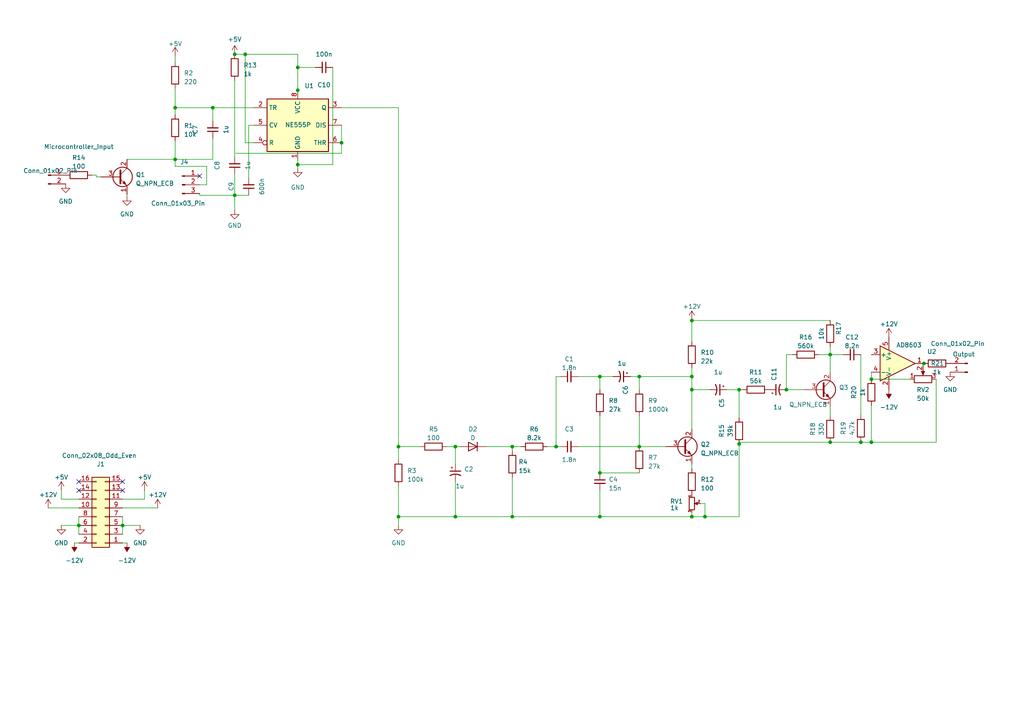
<source format=kicad_sch>
(kicad_sch (version 20230121) (generator eeschema)
  (paper "A4")
  (lib_symbols
    (symbol "Amplifier_Operational:AD8603" (pin_names (offset 0.127))
      (property "Reference" "U" (at 0 5.08 0))
      (property "Value" "AD8603" (at 0 -5.08 0))
      (symbol "AD8603_0_1"
        (polyline (pts (xy -5.08 5.08) (xy 5.08 0) (xy -5.08 -5.08) (xy -5.08 5.08)) (stroke (width 0.254)) (fill (type background)))
        (pin power_in line (at -2.54 -7.62 90) (length 3.81) (name "V-") (number "2"))
        (pin power_in line (at -2.54 7.62 270) (length 3.81) (name "V+") (number "5"))
      )
      (symbol "AD8603_1_1"
        (pin output line (at 7.62 0 180) (length 2.54) (name "~") (number "1"))
        (pin input line (at -7.62 2.54 0) (length 2.54) (name "+") (number "3"))
        (pin input line (at -7.62 -2.54 0) (length 2.54) (name "-") (number "4"))
      )
    )
    (symbol "Connector:Conn_01x02_Pin" (pin_names (offset 1.016) hide)
      (property "Reference" "J" (at 0 2.54 0))
      (property "Value" "Conn_01x02_Pin" (at 0 -5.08 0))
      (symbol "Conn_01x02_Pin_1_1"
        (polyline (pts (xy 1.27 -2.54) (xy 0.8636 -2.54)) (stroke (width 0.1524)))
        (polyline (pts (xy 1.27 0) (xy 0.8636 0)) (stroke (width 0.1524)))
        (rectangle (start 0.8636 -2.413) (end 0 -2.667) (stroke (width 0.1524)) (fill (type outline)))
        (rectangle (start 0.8636 0.127) (end 0 -0.127) (stroke (width 0.1524)) (fill (type outline)))
        (pin passive line (at 5.08 0 180) (length 3.81) (name "Pin_1") (number "1"))
        (pin passive line (at 5.08 -2.54 180) (length 3.81) (name "Pin_2") (number "2"))
      )
    )
    (symbol "Connector:Conn_01x03_Pin" (pin_names (offset 1.016) hide)
      (property "Reference" "J" (at 0 5.08 0))
      (property "Value" "Conn_01x03_Pin" (at 0 -5.08 0))
      (symbol "Conn_01x03_Pin_1_1"
        (polyline (pts (xy 1.27 -2.54) (xy 0.8636 -2.54)) (stroke (width 0.1524)))
        (polyline (pts (xy 1.27 0) (xy 0.8636 0)) (stroke (width 0.1524)))
        (polyline (pts (xy 1.27 2.54) (xy 0.8636 2.54)) (stroke (width 0.1524)))
        (rectangle (start 0.8636 -2.413) (end 0 -2.667) (stroke (width 0.1524)) (fill (type outline)))
        (rectangle (start 0.8636 0.127) (end 0 -0.127) (stroke (width 0.1524)) (fill (type outline)))
        (rectangle (start 0.8636 2.667) (end 0 2.413) (stroke (width 0.1524)) (fill (type outline)))
        (pin passive line (at 5.08 2.54 180) (length 3.81) (name "Pin_1") (number "1"))
        (pin passive line (at 5.08 0 180) (length 3.81) (name "Pin_2") (number "2"))
        (pin passive line (at 5.08 -2.54 180) (length 3.81) (name "Pin_3") (number "3"))
      )
    )
    (symbol "Connector_Generic:Conn_02x08_Odd_Even" (pin_names (offset 1.016) hide)
      (property "Reference" "J" (at 1.27 10.16 0))
      (property "Value" "Conn_02x08_Odd_Even" (at 1.27 -12.7 0))
      (symbol "Conn_02x08_Odd_Even_1_1"
        (rectangle (start -1.27 -10.033) (end 0 -10.287) (stroke (width 0.1524)))
        (rectangle (start -1.27 -7.493) (end 0 -7.747) (stroke (width 0.1524)))
        (rectangle (start -1.27 -4.953) (end 0 -5.207) (stroke (width 0.1524)))
        (rectangle (start -1.27 -2.413) (end 0 -2.667) (stroke (width 0.1524)))
        (rectangle (start -1.27 0.127) (end 0 -0.127) (stroke (width 0.1524)))
        (rectangle (start -1.27 2.667) (end 0 2.413) (stroke (width 0.1524)))
        (rectangle (start -1.27 5.207) (end 0 4.953) (stroke (width 0.1524)))
        (rectangle (start -1.27 7.747) (end 0 7.493) (stroke (width 0.1524)))
        (rectangle (start -1.27 8.89) (end 3.81 -11.43) (stroke (width 0.254)) (fill (type background)))
        (rectangle (start 3.81 -10.033) (end 2.54 -10.287) (stroke (width 0.1524)))
        (rectangle (start 3.81 -7.493) (end 2.54 -7.747) (stroke (width 0.1524)))
        (rectangle (start 3.81 -4.953) (end 2.54 -5.207) (stroke (width 0.1524)))
        (rectangle (start 3.81 -2.413) (end 2.54 -2.667) (stroke (width 0.1524)))
        (rectangle (start 3.81 0.127) (end 2.54 -0.127) (stroke (width 0.1524)))
        (rectangle (start 3.81 2.667) (end 2.54 2.413) (stroke (width 0.1524)))
        (rectangle (start 3.81 5.207) (end 2.54 4.953) (stroke (width 0.1524)))
        (rectangle (start 3.81 7.747) (end 2.54 7.493) (stroke (width 0.1524)))
        (pin passive line (at -5.08 7.62 0) (length 3.81) (name "Pin_1") (number "1"))
        (pin passive line (at 7.62 -2.54 180) (length 3.81) (name "Pin_10") (number "10"))
        (pin passive line (at -5.08 -5.08 0) (length 3.81) (name "Pin_11") (number "11"))
        (pin passive line (at 7.62 -5.08 180) (length 3.81) (name "Pin_12") (number "12"))
        (pin passive line (at -5.08 -7.62 0) (length 3.81) (name "Pin_13") (number "13"))
        (pin passive line (at 7.62 -7.62 180) (length 3.81) (name "Pin_14") (number "14"))
        (pin passive line (at -5.08 -10.16 0) (length 3.81) (name "Pin_15") (number "15"))
        (pin passive line (at 7.62 -10.16 180) (length 3.81) (name "Pin_16") (number "16"))
        (pin passive line (at 7.62 7.62 180) (length 3.81) (name "Pin_2") (number "2"))
        (pin passive line (at -5.08 5.08 0) (length 3.81) (name "Pin_3") (number "3"))
        (pin passive line (at 7.62 5.08 180) (length 3.81) (name "Pin_4") (number "4"))
        (pin passive line (at -5.08 2.54 0) (length 3.81) (name "Pin_5") (number "5"))
        (pin passive line (at 7.62 2.54 180) (length 3.81) (name "Pin_6") (number "6"))
        (pin passive line (at -5.08 0 0) (length 3.81) (name "Pin_7") (number "7"))
        (pin passive line (at 7.62 0 180) (length 3.81) (name "Pin_8") (number "8"))
        (pin passive line (at -5.08 -2.54 0) (length 3.81) (name "Pin_9") (number "9"))
      )
    )
    (symbol "Device:C_Polarized_Small_US" (pin_numbers hide) (pin_names (offset 0.254) hide)
      (property "Reference" "C" (at 0.254 1.778 0))
      (property "Value" "C_Polarized_Small_US" (at 0.254 -2.032 0))
      (symbol "C_Polarized_Small_US_0_1"
        (polyline (pts (xy -1.524 0.508) (xy 1.524 0.508)) (stroke (width 0.3048)))
        (polyline (pts (xy -1.27 1.524) (xy -0.762 1.524)))
        (polyline (pts (xy -1.016 1.27) (xy -1.016 1.778)))
        (arc (start 1.524 -0.762) (mid 0 -0.3734) (end -1.524 -0.762) (stroke (width 0.3048)))
      )
      (symbol "C_Polarized_Small_US_1_1"
        (pin passive line (at 0 2.54 270) (length 2.032) (name "~") (number "1"))
        (pin passive line (at 0 -2.54 90) (length 2.032) (name "~") (number "2"))
      )
    )
    (symbol "Device:C_Small" (pin_numbers hide) (pin_names (offset 0.254) hide)
      (property "Reference" "C" (at 0.254 1.778 0))
      (property "Value" "C_Small" (at 0.254 -2.032 0))
      (symbol "C_Small_0_1"
        (polyline (pts (xy -1.524 -0.508) (xy 1.524 -0.508)) (stroke (width 0.3302)))
        (polyline (pts (xy -1.524 0.508) (xy 1.524 0.508)) (stroke (width 0.3048)))
      )
      (symbol "C_Small_1_1"
        (pin passive line (at 0 2.54 270) (length 2.032) (name "~") (number "1"))
        (pin passive line (at 0 -2.54 90) (length 2.032) (name "~") (number "2"))
      )
    )
    (symbol "Device:D" (pin_numbers hide) (pin_names (offset 1.016) hide)
      (property "Reference" "D" (at 0 2.54 0))
      (property "Value" "D" (at 0 -2.54 0))
      (symbol "D_0_1"
        (polyline (pts (xy -1.27 1.27) (xy -1.27 -1.27)) (stroke (width 0.254)))
        (polyline (pts (xy 1.27 0) (xy -1.27 0)))
        (polyline (pts (xy 1.27 1.27) (xy 1.27 -1.27) (xy -1.27 0) (xy 1.27 1.27)) (stroke (width 0.254)))
      )
      (symbol "D_1_1"
        (pin passive line (at -3.81 0 0) (length 2.54) (name "K") (number "1"))
        (pin passive line (at 3.81 0 180) (length 2.54) (name "A") (number "2"))
      )
    )
    (symbol "Device:Q_NPN_ECB" (pin_names (offset 0) hide)
      (property "Reference" "Q" (at 5.08 1.27 0))
      (property "Value" "Q_NPN_ECB" (at 5.08 -1.27 0))
      (symbol "Q_NPN_ECB_0_1"
        (polyline (pts (xy 0.635 0.635) (xy 2.54 2.54)))
        (polyline (pts (xy 0.635 -0.635) (xy 2.54 -2.54) (xy 2.54 -2.54)))
        (polyline (pts (xy 0.635 1.905) (xy 0.635 -1.905) (xy 0.635 -1.905)) (stroke (width 0.508)))
        (polyline (pts (xy 1.27 -1.778) (xy 1.778 -1.27) (xy 2.286 -2.286) (xy 1.27 -1.778) (xy 1.27 -1.778)) (fill (type outline)))
        (circle (center 1.27 0) (radius 2.8194) (stroke (width 0.254)))
      )
      (symbol "Q_NPN_ECB_1_1"
        (pin passive line (at 2.54 -5.08 90) (length 2.54) (name "E") (number "1"))
        (pin passive line (at 2.54 5.08 270) (length 2.54) (name "C") (number "2"))
        (pin passive line (at -5.08 0 0) (length 5.715) (name "B") (number "3"))
      )
    )
    (symbol "Device:R" (pin_numbers hide) (pin_names (offset 0))
      (property "Reference" "R" (at 2.032 0 90))
      (property "Value" "R" (at 0 0 90))
      (symbol "R_0_1"
        (rectangle (start -1.016 -2.54) (end 1.016 2.54) (stroke (width 0.254)))
      )
      (symbol "R_1_1"
        (pin passive line (at 0 3.81 270) (length 1.27) (name "~") (number "1"))
        (pin passive line (at 0 -3.81 90) (length 1.27) (name "~") (number "2"))
      )
    )
    (symbol "Device:R_Potentiometer" (pin_names (offset 1.016) hide)
      (property "Reference" "RV" (at -4.445 0 90))
      (property "Value" "R_Potentiometer" (at -2.54 0 90))
      (symbol "R_Potentiometer_0_1"
        (polyline (pts (xy 2.54 0) (xy 1.524 0)))
        (polyline (pts (xy 1.143 0) (xy 2.286 0.508) (xy 2.286 -0.508) (xy 1.143 0)) (fill (type outline)))
        (rectangle (start 1.016 2.54) (end -1.016 -2.54) (stroke (width 0.254)))
      )
      (symbol "R_Potentiometer_1_1"
        (pin passive line (at 0 3.81 270) (length 1.27) (name "1") (number "1"))
        (pin passive line (at 3.81 0 180) (length 1.27) (name "2") (number "2"))
        (pin passive line (at 0 -3.81 90) (length 1.27) (name "3") (number "3"))
      )
    )
    (symbol "Device:R_Potentiometer_Small" (pin_names (offset 1.016) hide)
      (property "Reference" "RV" (at -4.445 0 90))
      (property "Value" "R_Potentiometer_Small" (at -2.54 0 90))
      (symbol "R_Potentiometer_Small_0_1"
        (polyline (pts (xy 0.889 0) (xy 0.635 0) (xy 1.651 0.381) (xy 1.651 -0.381) (xy 0.635 0) (xy 0.889 0)) (fill (type outline)))
        (rectangle (start 0.762 1.8034) (end -0.762 -1.8034) (stroke (width 0.254)))
      )
      (symbol "R_Potentiometer_Small_1_1"
        (pin passive line (at 0 2.54 270) (length 0.635) (name "1") (number "1"))
        (pin passive line (at 2.54 0 180) (length 0.9906) (name "2") (number "2"))
        (pin passive line (at 0 -2.54 90) (length 0.635) (name "3") (number "3"))
      )
    )
    (symbol "Timer:NE555P"
      (property "Reference" "U" (at -10.16 8.89 0))
      (property "Value" "NE555P" (at 2.54 8.89 0))
      (symbol "NE555P_0_0"
        (pin power_in line (at 0 -10.16 90) (length 2.54) (name "GND") (number "1"))
        (pin power_in line (at 0 10.16 270) (length 2.54) (name "VCC") (number "8"))
      )
      (symbol "NE555P_0_1"
        (rectangle (start -8.89 -7.62) (end 8.89 7.62) (stroke (width 0.254)) (fill (type background)))
        (rectangle (start -8.89 -7.62) (end 8.89 7.62) (stroke (width 0.254)) (fill (type background)))
      )
      (symbol "NE555P_1_1"
        (pin input line (at -12.7 5.08 0) (length 3.81) (name "TR") (number "2"))
        (pin output line (at 12.7 5.08 180) (length 3.81) (name "Q") (number "3"))
        (pin input inverted (at -12.7 -5.08 0) (length 3.81) (name "R") (number "4"))
        (pin input line (at -12.7 0 0) (length 3.81) (name "CV") (number "5"))
        (pin input line (at 12.7 -5.08 180) (length 3.81) (name "THR") (number "6"))
        (pin input line (at 12.7 0 180) (length 3.81) (name "DIS") (number "7"))
      )
    )
    (symbol "power:+12V" (power) (pin_names (offset 0))
      (property "Value" "+12V" (at 0 3.556 0))
      (symbol "+12V_0_1"
        (polyline (pts (xy -0.762 1.27) (xy 0 2.54)))
        (polyline (pts (xy 0 0) (xy 0 2.54)))
        (polyline (pts (xy 0 2.54) (xy 0.762 1.27)))
      )
      (symbol "+12V_1_1"
        (pin power_in line (at 0 0 90) (length 0) hide (name "+12V") (number "1"))
      )
    )
    (symbol "power:+5V" (power) (pin_names (offset 0))
      (property "Value" "+5V" (at 0 3.556 0))
      (symbol "+5V_0_1"
        (polyline (pts (xy -0.762 1.27) (xy 0 2.54)))
        (polyline (pts (xy 0 0) (xy 0 2.54)))
        (polyline (pts (xy 0 2.54) (xy 0.762 1.27)))
      )
      (symbol "+5V_1_1"
        (pin power_in line (at 0 0 90) (length 0) hide (name "+5V") (number "1"))
      )
    )
    (symbol "power:-12V" (power) (pin_names (offset 0))
      (property "Value" "-12V" (at 0 3.81 0))
      (symbol "-12V_0_0"
        (pin power_in line (at 0 0 90) (length 0) hide (name "-12V") (number "1"))
      )
      (symbol "-12V_0_1"
        (polyline (pts (xy 0 0) (xy 0 1.27) (xy 0.762 1.27) (xy 0 2.54) (xy -0.762 1.27) (xy 0 1.27)) (fill (type outline)))
      )
    )
    (symbol "power:GND" (power) (pin_names (offset 0))
      (property "Value" "GND" (at 0 -3.81 0))
      (symbol "GND_0_1"
        (polyline (pts (xy 0 0) (xy 0 -1.27) (xy 1.27 -1.27) (xy 0 -2.54) (xy -1.27 -1.27) (xy 0 -1.27)))
      )
      (symbol "GND_1_1"
        (pin power_in line (at 0 0 270) (length 0) hide (name "GND") (number "1"))
      )
    )
  )
  (junction (at 148.59 129.54))
  (junction (at 115.57 149.86))
  (junction (at 252.73 128.27))
  (junction (at 50.8 31.242))
  (junction (at 148.59 149.86))
  (junction (at 115.57 129.54))
  (junction (at 35.56 152.4))
  (junction (at 228.092 113.03))
  (junction (at 240.792 128.27))
  (junction (at 204.47 149.86))
  (junction (at 71.12 15.748))
  (junction (at 173.99 109.22))
  (junction (at 50.8 46.228))
  (junction (at 68.072 15.748))
  (junction (at 185.42 109.22))
  (junction (at 61.722 31.242))
  (junction (at 200.66 149.86))
  (junction (at 22.86 152.4))
  (junction (at 200.66 109.22))
  (junction (at 173.99 137.16))
  (junction (at 240.792 102.87))
  (junction (at 86.36 19.558))
  (junction (at 132.08 129.54))
  (junction (at 200.66 113.03))
  (junction (at 252.73 109.982))
  (junction (at 99.06 41.402))
  (junction (at 86.36 26.162))
  (junction (at 214.376 128.778))
  (junction (at 267.97 105.41))
  (junction (at 86.36 47.752))
  (junction (at 173.99 149.86))
  (junction (at 249.682 128.27))
  (junction (at 214.376 113.03))
  (junction (at 185.42 129.54))
  (junction (at 161.29 129.54))
  (junction (at 200.66 92.964))
  (junction (at 68.072 56.642))
  (junction (at 132.08 149.86))
  (no_connect (at 22.86 139.7))
  (no_connect (at 35.56 139.7))
  (no_connect (at 35.56 142.24))
  (no_connect (at 57.912 51.054))
  (no_connect (at 22.86 142.24))
  (wire (pts (xy 50.8 31.242) (xy 50.8 33.274)))
  (wire (pts (xy 249.682 128.016) (xy 249.682 128.27)))
  (wire (pts (xy 36.83 46.228) (xy 50.8 46.228)))
  (wire (pts (xy 200.66 109.22) (xy 200.66 113.03)))
  (wire (pts (xy 203.2 146.05) (xy 204.47 146.05)))
  (wire (pts (xy 132.08 139.7) (xy 132.08 149.86)))
  (wire (pts (xy 115.57 129.54) (xy 115.57 133.35)))
  (wire (pts (xy 22.86 152.4) (xy 22.86 154.94)))
  (wire (pts (xy 240.792 118.11) (xy 240.792 120.65)))
  (wire (pts (xy 173.99 109.22) (xy 177.8 109.22)))
  (wire (pts (xy 140.97 129.54) (xy 148.59 129.54)))
  (wire (pts (xy 27.94 51.308) (xy 29.21 51.308)))
  (wire (pts (xy 86.36 15.748) (xy 71.12 15.748)))
  (wire (pts (xy 99.06 36.322) (xy 99.06 41.402)))
  (wire (pts (xy 200.66 92.964) (xy 240.792 92.964)))
  (wire (pts (xy 237.49 102.87) (xy 240.792 102.87)))
  (wire (pts (xy 68.072 56.642) (xy 68.072 60.96)))
  (wire (pts (xy 148.59 149.86) (xy 173.99 149.86)))
  (wire (pts (xy 72.136 51.562) (xy 72.136 36.322)))
  (wire (pts (xy 96.52 47.752) (xy 86.36 47.752)))
  (wire (pts (xy 68.072 56.642) (xy 72.136 56.642)))
  (wire (pts (xy 36.83 56.388) (xy 36.83 57.023)))
  (wire (pts (xy 215.392 113.03) (xy 214.376 113.03)))
  (wire (pts (xy 86.36 47.752) (xy 86.36 48.768)))
  (wire (pts (xy 240.792 107.95) (xy 240.792 102.87)))
  (wire (pts (xy 57.912 56.134) (xy 57.912 56.642)))
  (wire (pts (xy 148.59 138.43) (xy 148.59 149.86)))
  (wire (pts (xy 17.78 144.78) (xy 22.86 144.78)))
  (wire (pts (xy 214.376 113.03) (xy 210.82 113.03)))
  (wire (pts (xy 99.06 44.45) (xy 99.06 41.402)))
  (wire (pts (xy 21.59 157.48) (xy 22.86 157.48)))
  (wire (pts (xy 72.136 36.322) (xy 73.66 36.322)))
  (wire (pts (xy 249.682 128.27) (xy 252.73 128.27)))
  (wire (pts (xy 13.97 147.32) (xy 22.86 147.32)))
  (wire (pts (xy 173.99 113.03) (xy 173.99 109.22)))
  (wire (pts (xy 173.99 120.65) (xy 173.99 137.16)))
  (wire (pts (xy 50.8 40.894) (xy 50.8 46.228)))
  (wire (pts (xy 132.08 149.86) (xy 148.59 149.86)))
  (wire (pts (xy 132.08 129.54) (xy 133.35 129.54)))
  (wire (pts (xy 161.29 109.22) (xy 162.56 109.22)))
  (wire (pts (xy 214.376 128.27) (xy 214.376 128.778)))
  (wire (pts (xy 86.36 26.162) (xy 86.36 28.194)))
  (wire (pts (xy 158.75 129.54) (xy 161.29 129.54)))
  (wire (pts (xy 59.944 48.26) (xy 59.944 53.594)))
  (wire (pts (xy 115.57 149.86) (xy 115.57 152.4)))
  (wire (pts (xy 185.42 109.22) (xy 185.42 113.03)))
  (wire (pts (xy 50.8 16.256) (xy 50.8 18.034)))
  (wire (pts (xy 200.66 148.59) (xy 200.66 149.86)))
  (wire (pts (xy 161.29 129.54) (xy 162.56 129.54)))
  (wire (pts (xy 71.12 15.748) (xy 68.072 15.748)))
  (wire (pts (xy 200.66 113.03) (xy 205.74 113.03)))
  (wire (pts (xy 200.66 92.964) (xy 200.66 99.06)))
  (wire (pts (xy 35.56 147.32) (xy 45.72 147.32)))
  (wire (pts (xy 61.722 35.052) (xy 61.722 31.242)))
  (wire (pts (xy 173.99 137.16) (xy 185.42 137.16)))
  (wire (pts (xy 167.64 109.22) (xy 173.99 109.22)))
  (wire (pts (xy 148.59 129.54) (xy 151.13 129.54)))
  (wire (pts (xy 214.376 113.03) (xy 214.376 121.158)))
  (wire (pts (xy 73.66 41.402) (xy 71.12 41.402)))
  (wire (pts (xy 22.86 149.86) (xy 22.86 152.4)))
  (wire (pts (xy 200.66 113.03) (xy 200.66 124.46)))
  (wire (pts (xy 59.944 53.594) (xy 57.912 53.594)))
  (wire (pts (xy 204.47 149.86) (xy 214.376 149.86)))
  (wire (pts (xy 200.66 134.62) (xy 200.66 135.89)))
  (wire (pts (xy 61.722 31.242) (xy 73.66 31.242)))
  (wire (pts (xy 263.906 109.982) (xy 252.73 109.982)))
  (wire (pts (xy 99.06 31.242) (xy 115.57 31.242)))
  (wire (pts (xy 17.78 152.4) (xy 22.86 152.4)))
  (wire (pts (xy 228.092 102.87) (xy 229.87 102.87)))
  (wire (pts (xy 86.36 46.482) (xy 86.36 47.752)))
  (wire (pts (xy 86.36 15.748) (xy 86.36 19.558)))
  (wire (pts (xy 61.722 40.132) (xy 61.722 46.228)))
  (wire (pts (xy 252.73 109.982) (xy 252.73 107.95)))
  (wire (pts (xy 35.56 152.4) (xy 40.64 152.4)))
  (wire (pts (xy 50.8 46.228) (xy 50.8 48.26)))
  (wire (pts (xy 50.8 48.26) (xy 59.944 48.26)))
  (wire (pts (xy 252.73 128.27) (xy 271.526 128.27)))
  (wire (pts (xy 240.792 100.584) (xy 240.792 102.87)))
  (wire (pts (xy 204.47 149.86) (xy 204.47 146.05)))
  (wire (pts (xy 91.44 19.558) (xy 86.36 19.558)))
  (wire (pts (xy 132.08 129.54) (xy 132.08 134.62)))
  (wire (pts (xy 200.66 92.71) (xy 200.66 92.964)))
  (wire (pts (xy 115.57 31.242) (xy 115.57 129.54)))
  (wire (pts (xy 148.59 129.54) (xy 148.59 130.81)))
  (wire (pts (xy 57.912 56.642) (xy 68.072 56.642)))
  (wire (pts (xy 129.54 129.54) (xy 132.08 129.54)))
  (wire (pts (xy 200.66 106.68) (xy 200.66 109.22)))
  (wire (pts (xy 41.91 144.78) (xy 41.91 142.24)))
  (wire (pts (xy 35.56 149.86) (xy 35.56 152.4)))
  (wire (pts (xy 249.682 102.87) (xy 249.682 120.396)))
  (wire (pts (xy 35.56 152.4) (xy 35.56 154.94)))
  (wire (pts (xy 35.56 144.78) (xy 41.91 144.78)))
  (wire (pts (xy 167.64 129.54) (xy 185.42 129.54)))
  (wire (pts (xy 240.792 102.87) (xy 244.602 102.87)))
  (wire (pts (xy 71.12 15.748) (xy 71.12 41.402)))
  (wire (pts (xy 96.52 19.558) (xy 96.52 47.752)))
  (wire (pts (xy 214.376 128.778) (xy 214.376 149.86)))
  (wire (pts (xy 86.36 19.558) (xy 86.36 26.162)))
  (wire (pts (xy 68.326 44.45) (xy 99.06 44.45)))
  (wire (pts (xy 61.722 31.242) (xy 50.8 31.242)))
  (wire (pts (xy 185.42 120.65) (xy 185.42 129.54)))
  (wire (pts (xy 50.8 46.228) (xy 61.722 46.228)))
  (wire (pts (xy 68.072 23.368) (xy 68.072 45.466)))
  (wire (pts (xy 115.57 129.54) (xy 121.92 129.54)))
  (wire (pts (xy 35.56 157.48) (xy 36.83 157.48)))
  (wire (pts (xy 115.57 140.97) (xy 115.57 149.86)))
  (wire (pts (xy 185.42 129.54) (xy 193.04 129.54)))
  (wire (pts (xy 228.092 113.03) (xy 228.092 102.87)))
  (wire (pts (xy 17.78 142.24) (xy 17.78 144.78)))
  (wire (pts (xy 240.792 128.27) (xy 214.376 128.27)))
  (wire (pts (xy 182.88 109.22) (xy 185.42 109.22)))
  (wire (pts (xy 161.29 129.54) (xy 161.29 109.22)))
  (wire (pts (xy 26.67 50.8) (xy 27.94 50.8)))
  (wire (pts (xy 27.94 50.8) (xy 27.94 51.308)))
  (wire (pts (xy 50.8 25.654) (xy 50.8 31.242)))
  (wire (pts (xy 267.716 106.172) (xy 267.716 105.41)))
  (wire (pts (xy 271.526 109.982) (xy 271.526 128.27)))
  (wire (pts (xy 200.66 149.86) (xy 204.47 149.86)))
  (wire (pts (xy 252.73 117.602) (xy 252.73 128.27)))
  (wire (pts (xy 173.99 149.86) (xy 200.66 149.86)))
  (wire (pts (xy 267.716 105.41) (xy 267.97 105.41)))
  (wire (pts (xy 68.072 50.546) (xy 68.072 56.642)))
  (wire (pts (xy 173.99 142.24) (xy 173.99 149.86)))
  (wire (pts (xy 240.792 128.27) (xy 249.682 128.27)))
  (wire (pts (xy 115.57 149.86) (xy 132.08 149.86)))
  (wire (pts (xy 228.092 113.03) (xy 233.172 113.03)))
  (wire (pts (xy 185.42 109.22) (xy 200.66 109.22)))
  (symbol (lib_id "Device:R_Potentiometer") (at 267.716 109.982 90) (unit 1)
    (property "Reference" "RV2" (at 267.716 113.03 90))
    (property "Value" "50k" (at 267.716 115.57 90))
  )
  (symbol (lib_id "power:+5V") (at 50.8 16.256 0) (unit 1)
    (property "Reference" "#PWR015" (effects hide))
    (property "Value" "+5V" (at 50.8 12.7 0))
  )
  (symbol (lib_id "Connector_Generic:Conn_02x08_Odd_Even") (at 30.48 149.86 180) (unit 1)
    (property "Reference" "J1" (at 29.21 134.62 0))
    (property "Value" "Conn_02x08_Odd_Even" (at 28.8036 132.1308 0))
    (property "Footprint" "Connector_IDC:IDC-Header_2x08_P2.54mm_Vertical_SMD" (effects hide))
  )
  (symbol (lib_id "power:+5V") (at 68.072 15.748 0) (unit 1)
    (property "Reference" "#PWR013" (effects hide))
    (property "Value" "+5V" (at 68.072 11.43 0))
  )
  (symbol (lib_id "Device:C_Small") (at 165.1 129.54 90) (unit 1)
    (property "Reference" "C3" (at 165.1063 124.46 90))
    (property "Value" "1.8n" (at 165.1 133.35 90))
    (property "Footprint" "Capacitor_SMD:C_1206_3216Metric_Pad1.33x1.80mm_HandSolder" (effects hide))
  )
  (symbol (lib_id "Device:D") (at 137.16 129.54 180) (unit 1)
    (property "Reference" "D2" (at 137.16 124.46 0))
    (property "Value" "D" (at 137.16 127 0))
    (property "Footprint" "Diode_SMD:D_1206_3216Metric_Pad1.42x1.75mm_HandSolder" (effects hide))
    (property "Sim.Device" "D" (effects hide))
    (property "Sim.Pins" "1=K 2=A" (effects hide))
  )
  (symbol (lib_id "Device:R") (at 185.42 116.84 0) (unit 1)
    (property "Reference" "R9" (at 187.96 116.205 0) (effects (justify left)))
    (property "Value" "1000k" (at 187.96 118.745 0) (effects (justify left)))
    (property "Footprint" "Resistor_SMD:R_1206_3216Metric_Pad1.30x1.75mm_HandSolder" (effects hide))
  )
  (symbol (lib_id "Device:C_Polarized_Small_US") (at 132.08 137.16 0) (unit 1)
    (property "Reference" "C2" (at 134.62 136.0932 0) (effects (justify left)))
    (property "Value" "1u" (at 132.08 140.97 0) (effects (justify left)))
    (property "Footprint" "Capacitor_SMD:C_1206_3216Metric_Pad1.33x1.80mm_HandSolder" (effects hide))
  )
  (symbol (lib_id "Device:Q_NPN_ECB") (at 34.29 51.308 0) (unit 1)
    (property "Reference" "Q1" (at 39.37 50.673 0) (effects (justify left)))
    (property "Value" "Q_NPN_ECB" (at 39.37 53.213 0) (effects (justify left)))
    (property "Footprint" "Package_TO_SOT_SMD:SOT-23-3" (effects hide))
  )
  (symbol (lib_id "power:GND") (at 40.64 152.4 0) (unit 1)
    (property "Reference" "#PWR04" (effects hide))
    (property "Value" "GND" (at 40.64 157.48 0))
  )
  (symbol (lib_id "power:-12V") (at 21.59 157.48 180) (unit 1)
    (property "Reference" "#PWR01" (effects hide))
    (property "Value" "-12V" (at 21.59 162.56 0))
  )
  (symbol (lib_id "Device:R") (at 22.86 50.8 90) (unit 1)
    (property "Reference" "R14" (at 22.86 45.72 90))
    (property "Value" "100" (at 22.86 48.26 90))
    (property "Footprint" "Resistor_SMD:R_1206_3216Metric_Pad1.30x1.75mm_HandSolder" (effects hide))
  )
  (symbol (lib_id "Device:C_Small") (at 61.722 37.592 180) (unit 1)
    (property "Reference" "C7" (at 56.642 37.5857 90))
    (property "Value" "1u" (at 65.532 37.592 90))
    (property "Footprint" "Capacitor_SMD:C_1206_3216Metric_Pad1.33x1.80mm_HandSolder" (effects hide))
  )
  (symbol (lib_id "Device:C_Small") (at 165.1 109.22 90) (unit 1)
    (property "Reference" "C1" (at 165.1063 104.14 90))
    (property "Value" "1.8n" (at 165.1063 106.68 90))
    (property "Footprint" "Capacitor_SMD:C_1206_3216Metric_Pad1.33x1.80mm_HandSolder" (effects hide))
  )
  (symbol (lib_id "Device:R") (at 240.792 124.46 180) (unit 1)
    (property "Reference" "R18" (at 235.712 124.46 90))
    (property "Value" "330" (at 238.252 124.46 90))
    (property "Footprint" "Resistor_SMD:R_1206_3216Metric_Pad1.30x1.75mm_HandSolder" (effects hide))
  )
  (symbol (lib_id "Device:R") (at 214.376 124.968 180) (unit 1)
    (property "Reference" "R15" (at 209.296 124.968 90))
    (property "Value" "39k" (at 211.836 124.968 90))
    (property "Footprint" "Resistor_SMD:R_1206_3216Metric_Pad1.30x1.75mm_HandSolder" (effects hide))
  )
  (symbol (lib_id "power:GND") (at 275.59 107.95 0) (unit 1)
    (property "Reference" "#PWR019" (effects hide))
    (property "Value" "GND" (at 275.59 113.03 0))
  )
  (symbol (lib_id "Device:R_Potentiometer_Small") (at 200.66 146.05 0) (unit 1)
    (property "Reference" "RV1" (at 198.12 145.415 0) (effects (justify right)))
    (property "Value" "1k" (at 196.85 147.32 0) (effects (justify right)))
    (property "Footprint" "Connector_JST:JST_XH_B3B-XH-A_1x03_P2.50mm_Vertical" (effects hide))
  )
  (symbol (lib_id "power:+12V") (at 13.97 147.32 0) (unit 1)
    (property "Reference" "#PWR06" (effects hide))
    (property "Value" "+12V" (at 13.97 143.51 0))
  )
  (symbol (lib_id "Device:C_Polarized_Small_US") (at 180.34 109.22 270) (unit 1)
    (property "Reference" "C6" (at 181.4068 111.76 0) (effects (justify left)))
    (property "Value" "1u" (at 179.07 105.41 90) (effects (justify left)))
    (property "Footprint" "Capacitor_SMD:C_1206_3216Metric_Pad1.33x1.80mm_HandSolder" (effects hide))
  )
  (symbol (lib_id "Device:R") (at 68.072 19.558 0) (unit 1)
    (property "Reference" "R13" (at 70.612 18.923 0) (effects (justify left)))
    (property "Value" "1k" (at 70.612 21.463 0) (effects (justify left)))
    (property "Footprint" "Resistor_SMD:R_1206_3216Metric_Pad1.30x1.75mm_HandSolder" (effects hide))
  )
  (symbol (lib_id "Device:Q_NPN_ECB") (at 238.252 113.03 0) (unit 1)
    (property "Reference" "Q3" (at 243.332 112.395 0) (effects (justify left)))
    (property "Value" "Q_NPN_ECB" (at 228.854 117.348 0) (effects (justify left)))
    (property "Footprint" "Package_TO_SOT_SMD:SOT-23-3" (effects hide))
  )
  (symbol (lib_id "power:+12V") (at 45.72 147.32 0) (unit 1)
    (property "Reference" "#PWR07" (effects hide))
    (property "Value" "+12V" (at 45.72 143.51 0))
  )
  (symbol (lib_id "Device:R") (at 249.682 124.206 180) (unit 1)
    (property "Reference" "R19" (at 244.602 124.206 90))
    (property "Value" "4.7k" (at 247.142 124.206 90))
    (property "Footprint" "Resistor_SMD:R_1206_3216Metric_Pad1.30x1.75mm_HandSolder" (effects hide))
  )
  (symbol (lib_id "Connector:Conn_01x03_Pin") (at 52.832 53.594 0) (unit 1)
    (property "Reference" "J4" (at 53.467 46.99 0))
    (property "Value" "Conn_01x03_Pin" (at 51.6636 58.9788 0))
  )
  (symbol (lib_id "Device:R") (at 200.66 102.87 0) (unit 1)
    (property "Reference" "R10" (at 203.2 102.235 0) (effects (justify left)))
    (property "Value" "22k" (at 203.2 104.775 0) (effects (justify left)))
    (property "Footprint" "Resistor_SMD:R_1206_3216Metric_Pad1.30x1.75mm_HandSolder" (effects hide))
  )
  (symbol (lib_id "Device:C_Polarized_Small_US") (at 208.28 113.03 270) (unit 1)
    (property "Reference" "C5" (at 209.3468 115.57 0) (effects (justify left)))
    (property "Value" "1u" (at 207.01 107.95 90) (effects (justify left)))
    (property "Footprint" "Capacitor_SMD:C_1206_3216Metric_Pad1.33x1.80mm_HandSolder" (effects hide))
  )
  (symbol (lib_id "power:+5V") (at 17.78 142.24 0) (unit 1)
    (property "Reference" "#PWR09" (effects hide))
    (property "Value" "+5V" (at 17.78 138.43 0))
  )
  (symbol (lib_id "Device:R") (at 154.94 129.54 90) (unit 1)
    (property "Reference" "R6" (at 154.94 124.46 90))
    (property "Value" "8.2k" (at 154.94 127 90))
    (property "Footprint" "Resistor_SMD:R_1206_3216Metric_Pad1.30x1.75mm_HandSolder" (effects hide))
  )
  (symbol (lib_id "Amplifier_Operational:AD8603") (at 260.35 105.41 0) (unit 1)
    (property "Reference" "U2" (at 270.256 101.9811 0))
    (property "Value" "AD8603" (at 263.652 100.076 0))
    (property "Footprint" "Package_TO_SOT_SMD:TSOT-23-5" (effects hide))
    (property "Datasheet" "https://www.analog.com/media/en/technical-documentation/data-sheets/AD8603_8607_8609.pdf" (effects hide))
  )
  (symbol (lib_id "power:GND") (at 68.072 60.96 0) (unit 1)
    (property "Reference" "#PWR014" (effects hide))
    (property "Value" "GND" (at 68.072 65.405 0))
  )
  (symbol (lib_id "Device:R") (at 125.73 129.54 90) (unit 1)
    (property "Reference" "R5" (at 125.73 124.46 90))
    (property "Value" "100" (at 125.73 127 90))
    (property "Footprint" "Resistor_SMD:R_1206_3216Metric_Pad1.30x1.75mm_HandSolder" (effects hide))
  )
  (symbol (lib_id "Device:C_Small") (at 173.99 139.7 0) (unit 1)
    (property "Reference" "C4" (at 176.53 139.0713 0) (effects (justify left)))
    (property "Value" "15n" (at 176.53 141.6113 0) (effects (justify left)))
    (property "Footprint" "Capacitor_SMD:C_1206_3216Metric_Pad1.33x1.80mm_HandSolder" (effects hide))
  )
  (symbol (lib_id "Connector:Conn_01x02_Pin") (at 13.97 50.8 0) (unit 1)
    (property "Reference" "Microcontroller_Input" (at 22.86 42.545 0))
    (property "Value" "Conn_01x02_Pin" (at 14.605 49.53 0))
  )
  (symbol (lib_id "power:GND") (at 115.57 152.4 0) (unit 1)
    (property "Reference" "#PWR012" (effects hide))
    (property "Value" "GND" (at 115.57 157.48 0))
  )
  (symbol (lib_id "Device:R") (at 219.202 113.03 90) (unit 1)
    (property "Reference" "R11" (at 219.202 107.95 90))
    (property "Value" "56k" (at 219.202 110.49 90))
    (property "Footprint" "Resistor_SMD:R_1206_3216Metric_Pad1.30x1.75mm_HandSolder" (effects hide))
  )
  (symbol (lib_id "power:GND") (at 19.05 53.34 0) (unit 1)
    (property "Reference" "#PWR017" (effects hide))
    (property "Value" "GND" (at 19.05 58.42 0))
  )
  (symbol (lib_id "Device:C_Small") (at 72.136 54.102 180) (unit 1)
    (property "Reference" "C9" (at 67.056 54.0957 90))
    (property "Value" "600n" (at 75.946 54.102 90))
    (property "Footprint" "Capacitor_SMD:C_1206_3216Metric_Pad1.33x1.80mm_HandSolder" (effects hide))
  )
  (symbol (lib_id "Device:R") (at 200.66 139.7 0) (unit 1)
    (property "Reference" "R12" (at 203.2 139.065 0) (effects (justify left)))
    (property "Value" "100" (at 203.2 141.605 0) (effects (justify left)))
    (property "Footprint" "Resistor_SMD:R_1206_3216Metric_Pad1.30x1.75mm_HandSolder" (effects hide))
  )
  (symbol (lib_id "power:+5V") (at 41.91 142.24 0) (unit 1)
    (property "Reference" "#PWR08" (effects hide))
    (property "Value" "+5V" (at 41.91 138.43 0))
  )
  (symbol (lib_id "Timer:NE555P") (at 86.36 36.322 0) (unit 1)
    (property "Reference" "U1" (at 88.3159 24.892 0) (effects (justify left)))
    (property "Value" "NE555P" (at 82.6516 36.2204 0) (effects (justify left)))
    (property "Footprint" "Package_DIP:DIP-8_W7.62mm" (effects hide))
    (property "Datasheet" "http://www.ti.com/lit/ds/symlink/ne555.pdf" (effects hide))
  )
  (symbol (lib_id "Connector:Conn_01x02_Pin") (at 280.67 107.95 180) (unit 1)
    (property "Reference" "Output" (at 279.527 102.743 0))
    (property "Value" "Conn_01x02_Pin" (at 277.7744 99.6696 0))
  )
  (symbol (lib_id "power:GND") (at 36.83 57.023 0) (unit 1)
    (property "Reference" "#PWR018" (effects hide))
    (property "Value" "GND" (at 36.83 62.103 0))
  )
  (symbol (lib_id "Device:R") (at 185.42 133.35 0) (unit 1)
    (property "Reference" "R7" (at 187.96 132.715 0) (effects (justify left)))
    (property "Value" "27k" (at 187.96 135.255 0) (effects (justify left)))
    (property "Footprint" "Resistor_SMD:R_1206_3216Metric_Pad1.30x1.75mm_HandSolder" (effects hide))
  )
  (symbol (lib_id "power:-12V") (at 36.83 157.48 180) (unit 1)
    (property "Reference" "#PWR03" (effects hide))
    (property "Value" "-12V" (at 36.83 162.56 0))
  )
  (symbol (lib_id "Device:C_Polarized_Small_US") (at 225.552 113.03 90) (unit 1)
    (property "Reference" "C11" (at 224.4852 110.49 0) (effects (justify left)))
    (property "Value" "1u" (at 226.822 118.11 90) (effects (justify left)))
    (property "Footprint" "Capacitor_SMD:C_1206_3216Metric_Pad1.33x1.80mm_HandSolder" (effects hide))
  )
  (symbol (lib_id "power:+12V") (at 200.66 92.71 0) (unit 1)
    (property "Reference" "#PWR010" (effects hide))
    (property "Value" "+12V" (at 200.66 88.9 0))
  )
  (symbol (lib_id "Device:R") (at 50.8 37.084 0) (unit 1)
    (property "Reference" "R1" (at 53.34 36.449 0) (effects (justify left)))
    (property "Value" "10k" (at 53.34 38.989 0) (effects (justify left)))
    (property "Footprint" "Resistor_SMD:R_1206_3216Metric_Pad1.30x1.75mm_HandSolder" (effects hide))
  )
  (symbol (lib_id "Device:R") (at 240.792 96.774 180) (unit 1)
    (property "Reference" "R17" (at 243.2304 95.25 90))
    (property "Value" "10k" (at 238.252 96.774 90))
    (property "Footprint" "Resistor_SMD:R_1206_3216Metric_Pad1.30x1.75mm_HandSolder" (effects hide))
  )
  (symbol (lib_id "Device:R") (at 115.57 137.16 0) (unit 1)
    (property "Reference" "R3" (at 118.11 136.525 0) (effects (justify left)))
    (property "Value" "100k" (at 118.11 139.065 0) (effects (justify left)))
    (property "Footprint" "Resistor_SMD:R_1206_3216Metric_Pad1.30x1.75mm_HandSolder" (effects hide))
  )
  (symbol (lib_id "Device:R") (at 50.8 21.844 0) (unit 1)
    (property "Reference" "R2" (at 53.34 21.209 0) (effects (justify left)))
    (property "Value" "220" (at 53.34 23.749 0) (effects (justify left)))
    (property "Footprint" "Resistor_SMD:R_1206_3216Metric_Pad1.30x1.75mm_HandSolder" (effects hide))
  )
  (symbol (lib_id "Device:R") (at 233.68 102.87 90) (unit 1)
    (property "Reference" "R16" (at 233.68 97.79 90))
    (property "Value" "560k" (at 233.68 100.33 90))
    (property "Footprint" "Resistor_SMD:R_1206_3216Metric_Pad1.30x1.75mm_HandSolder" (effects hide))
  )
  (symbol (lib_id "Device:R") (at 271.78 105.41 270) (unit 1)
    (property "Reference" "R21" (at 271.907 105.41 90))
    (property "Value" "1k" (at 271.78 107.95 90))
    (property "Footprint" "Resistor_SMD:R_1206_3216Metric_Pad1.30x1.75mm_HandSolder" (effects hide))
  )
  (symbol (lib_id "Device:C_Small") (at 247.142 102.87 270) (unit 1)
    (property "Reference" "C12" (at 247.1356 97.79 90))
    (property "Value" "8.2n" (at 247.1356 100.33 90))
    (property "Footprint" "Capacitor_SMD:C_1206_3216Metric_Pad1.33x1.80mm_HandSolder" (effects hide))
  )
  (symbol (lib_id "Device:Q_NPN_ECB") (at 198.12 129.54 0) (unit 1)
    (property "Reference" "Q2" (at 203.2 128.905 0) (effects (justify left)))
    (property "Value" "Q_NPN_ECB" (at 203.2 131.445 0) (effects (justify left)))
    (property "Footprint" "Package_TO_SOT_SMD:SOT-23-3" (effects hide))
  )
  (symbol (lib_id "Device:R") (at 252.73 113.792 180) (unit 1)
    (property "Reference" "R20" (at 247.65 113.792 90))
    (property "Value" "1k" (at 250.19 113.792 90))
    (property "Footprint" "Resistor_SMD:R_1206_3216Metric_Pad1.30x1.75mm_HandSolder" (effects hide))
  )
  (symbol (lib_id "power:GND") (at 17.78 152.4 0) (unit 1)
    (property "Reference" "#PWR05" (effects hide))
    (property "Value" "GND" (at 17.78 157.48 0))
  )
  (symbol (lib_id "Device:R") (at 173.99 116.84 0) (unit 1)
    (property "Reference" "R8" (at 176.53 116.205 0) (effects (justify left)))
    (property "Value" "27k" (at 176.53 118.745 0) (effects (justify left)))
    (property "Footprint" "Resistor_SMD:R_1206_3216Metric_Pad1.30x1.75mm_HandSolder" (effects hide))
  )
  (symbol (lib_id "Device:R") (at 148.59 134.62 0) (unit 1)
    (property "Reference" "R4" (at 150.378 133.985 0) (effects (justify left)))
    (property "Value" "15k" (at 150.378 136.525 0) (effects (justify left)))
    (property "Footprint" "Resistor_SMD:R_1206_3216Metric_Pad1.30x1.75mm_HandSolder" (effects hide))
  )
  (symbol (lib_id "Device:C_Small") (at 68.072 48.006 180) (unit 1)
    (property "Reference" "C8" (at 62.992 47.9997 90))
    (property "Value" "1u" (at 71.882 48.006 90))
    (property "Footprint" "Capacitor_SMD:C_1206_3216Metric_Pad1.33x1.80mm_HandSolder" (effects hide))
  )
  (symbol (lib_id "power:GND") (at 86.36 48.768 0) (unit 1)
    (property "Reference" "#PWR016" (effects hide))
    (property "Value" "GND" (at 86.36 54.356 0))
  )
  (symbol (lib_id "Device:C_Small") (at 93.98 19.558 270) (unit 1)
    (property "Reference" "C10" (at 93.9737 24.638 90))
    (property "Value" "100n" (at 93.98 15.748 90))
    (property "Footprint" "Capacitor_SMD:C_1206_3216Metric_Pad1.33x1.80mm_HandSolder" (effects hide))
  )
  (symbol (lib_id "power:-12V") (at 257.81 113.03 180) (unit 1)
    (property "Reference" "#PWR011" (effects hide))
    (property "Value" "-12V" (at 257.81 118.11 0))
  )
  (symbol (lib_id "power:+12V") (at 257.81 97.79 0) (unit 1)
    (property "Reference" "#PWR02" (effects hide))
    (property "Value" "+12V" (at 257.81 93.98 0))
  )
)
</source>
